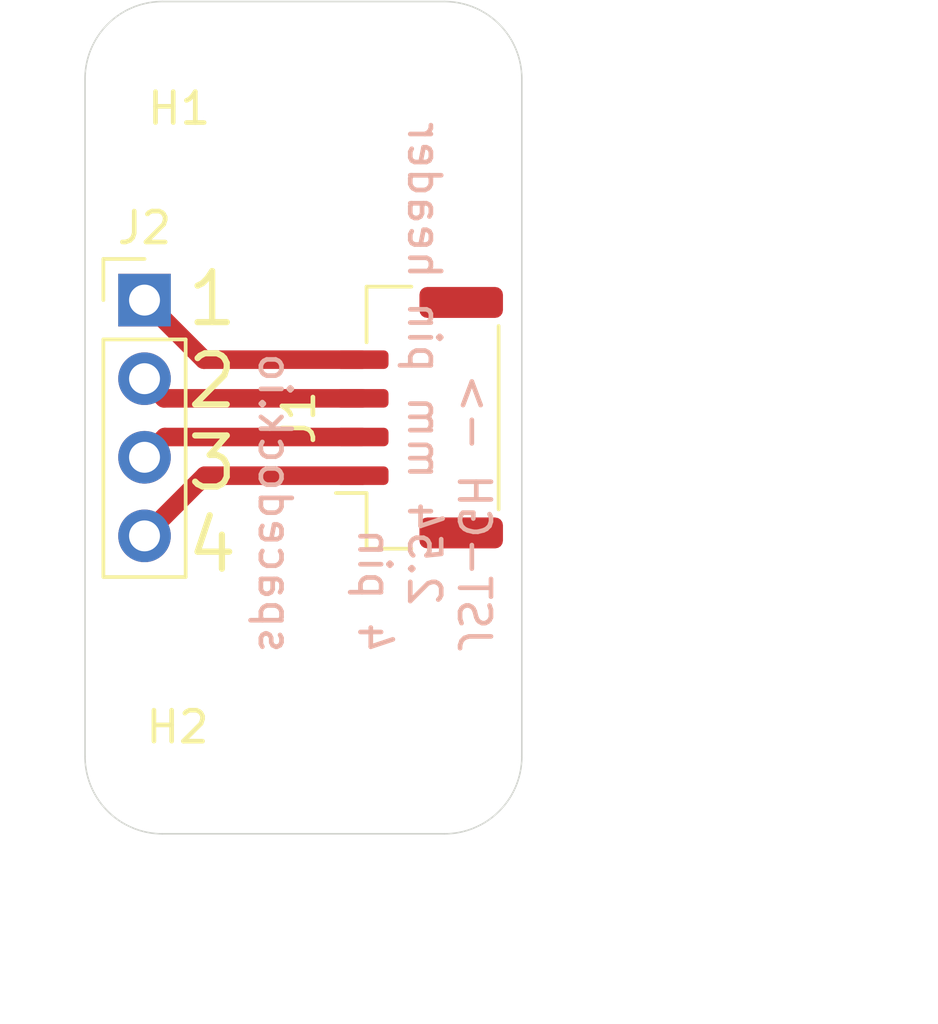
<source format=kicad_pcb>
(kicad_pcb (version 20240108) (generator "pcbnew") (generator_version "8.0")
  (layers (0 "F.Cu" signal) (31 "B.Cu" signal) (34 "B.Paste" user) (35 "F.Paste" user) (36 "B.SilkS" user "B.Silkscreen") (37 "F.SilkS" user "F.Silkscreen") (38 "B.Mask" user) (39 "F.Mask" user) (44 "Edge.Cuts" user))
  (net 0 "")
  (net 1 "Net-(J1-Pin_1)")
  (net 2 "Net-(J1-Pin_2)")
  (net 3 "Net-(J1-Pin_4)")
  (net 4 "Net-(J1-Pin_3)")
  (footprint "Connector_PinHeader_2.54mm:PinHeader_1x04_P2.54mm_Vertical" (layer "F.Cu") (at 53.8226 43.296)
    (property "Reference" "J2" (at 0 -2.333 0) (layer "F.SilkS"))
    (property "Value" "Conn_01x06")
    (fp_line (start -1.33 -1.33) (end 0 -1.33) (stroke (width 0.12)) (layer "F.SilkS"))
    (fp_line (start -1.33 0) (end -1.33 -1.33) (stroke (width 0.12)) (layer "F.SilkS"))
    (fp_line (start -1.33 1.27) (end -1.33 8.95) (stroke (width 0.12)) (layer "F.SilkS"))
    (fp_line (start -1.33 1.27) (end 1.33 1.27) (stroke (width 0.12)) (layer "F.SilkS"))
    (fp_line (start -1.33 8.95) (end 1.33 8.95) (stroke (width 0.12)) (layer "F.SilkS"))
    (fp_line (start 1.33 1.27) (end 1.33 8.95) (stroke (width 0.12)) (layer "F.SilkS"))
    (pad "1" thru_hole rect (at 0 0) (size 1.7 1.7) (drill 1) (layers "*.Cu" "*.Mask") (net 3 "Net-(J1-Pin_4)"))
    (pad "2" thru_hole oval (at 0 2.54) (size 1.7 1.7) (drill 1) (layers "*.Cu" "*.Mask") (net 4 "Net-(J1-Pin_3)"))
    (pad "3" thru_hole oval (at 0 5.08) (size 1.7 1.7) (drill 1) (layers "*.Cu" "*.Mask") (net 2 "Net-(J1-Pin_2)"))
    (pad "4" thru_hole oval (at 0 7.62) (size 1.7 1.7) (drill 1) (layers "*.Cu" "*.Mask") (net 1 "Net-(J1-Pin_1)"))
  )
  (footprint "MountingHole:MountingHole_3.2mm_M3" (layer "F.Cu") (at 59.3598 57.096)
    (property "Reference" "H2" (at -4.4704 0 0) (layer "F.SilkS"))
    (property "Value" "MountingHole")
    (pad "" np_thru_hole circle (at 0 0) (size 3.2 3.2) (drill 3.2) (layers "*.Cu" "*.Mask"))
  )
  (footprint "Connector_JST:JST_GH_SM04B-GHS-TB_1x04-1MP_P1.25mm_Horizontal" (layer "F.Cu") (at 62.7118 47.096 90)
    (property "Reference" "J1" (at 0 -3.9 90) (layer "F.SilkS"))
    (property "Value" "Conn_01x06")
    (fp_line (start 4.235 -1.71) (end 2.435 -1.71) (stroke (width 0.12)) (layer "F.SilkS"))
    (fp_line (start -2.435 -1.71) (end -2.435 -2.7) (stroke (width 0.12)) (layer "F.SilkS"))
    (fp_line (start -4.235 -1.71) (end -2.435 -1.71) (stroke (width 0.12)) (layer "F.SilkS"))
    (fp_line (start 4.235 -0.26) (end 4.235 -1.71) (stroke (width 0.12)) (layer "F.SilkS"))
    (fp_line (start -4.235 -0.26) (end -4.235 -1.71) (stroke (width 0.12)) (layer "F.SilkS"))
    (fp_line (start -2.965 2.56) (end 2.965 2.56) (stroke (width 0.12)) (layer "F.SilkS"))
    (pad "1" smd roundrect (at -1.875 -1.85 90) (size 0.6 1.7) (layers "F.Cu" "F.Paste" "F.Mask") (net 1 "Net-(J1-Pin_1)"))
    (pad "2" smd roundrect (at -0.625 -1.85 90) (size 0.6 1.7) (layers "F.Cu" "F.Paste" "F.Mask") (net 2 "Net-(J1-Pin_2)"))
    (pad "3" smd roundrect (at 0.625 -1.85 90) (size 0.6 1.7) (layers "F.Cu" "F.Paste" "F.Mask") (net 4 "Net-(J1-Pin_3)"))
    (pad "4" smd roundrect (at 1.875 -1.85 90) (size 0.6 1.7) (layers "F.Cu" "F.Paste" "F.Mask") (net 3 "Net-(J1-Pin_4)"))
    (pad "MP" smd roundrect (at -3.725 1.35 90) (size 1 2.7) (layers "F.Cu" "F.Paste" "F.Mask"))
    (pad "MP" smd roundrect (at 3.725 1.35 90) (size 1 2.7) (layers "F.Cu" "F.Paste" "F.Mask"))
  )
  (footprint "MountingHole:MountingHole_3.2mm_M3" (layer "F.Cu") (at 59.3598 37.096)
    (property "Reference" "H1" (at -4.4196 0.0054 0) (layer "F.SilkS"))
    (property "Value" "MountingHole")
    (pad "" np_thru_hole circle (at 0 0) (size 3.2 3.2) (drill 3.2) (layers "*.Cu" "*.Mask"))
  )
  (gr_arc (start 66.0218 58.046) (mid 65.289567 59.813767) (end 63.5218 60.546) (stroke (width 0.05)) (layer "Edge.Cuts"))
  (gr_arc (start 63.5218 33.646) (mid 65.289567 34.378233) (end 66.0218 36.146) (stroke (width 0.05)) (layer "Edge.Cuts"))
  (gr_arc (start 51.8994 36.146) (mid 52.631633 34.378233) (end 54.3994 33.646) (stroke (width 0.05)) (layer "Edge.Cuts"))
  (gr_line (start 54.3994 33.646) (end 63.5218 33.646) (stroke (width 0.05)) (layer "Edge.Cuts"))
  (gr_line (start 51.8994 58.046) (end 51.8994 36.146) (stroke (width 0.05)) (layer "Edge.Cuts"))
  (gr_arc (start 54.3994 60.546) (mid 52.631633 59.813767) (end 51.8994 58.046) (stroke (width 0.05)) (layer "Edge.Cuts"))
  (gr_line (start 63.5218 60.546) (end 54.3994 60.546) (stroke (width 0.05)) (layer "Edge.Cuts"))
  (gr_line (start 66.0218 36.146) (end 66.0218 58.046) (stroke (width 0.05)) (layer "Edge.Cuts"))
  (gr_text "JST-GH ->\n  2.54 mm pin header\n4 pin\n\nspacedock.io" (at 57.4548 54.7878 270) (layer "B.SilkS") (effects (font (size 1 1)) (justify left bottom mirror)))
  (gr_text "1\n2\n3\n4" (at 55.0926 52.189 0) (layer "F.SilkS") (effects (font (size 1.65 1.65) (thickness 0.2)) (justify left bottom)))
  (segment (start 55.7706 48.971) (end 53.8226 50.919) (width 0.6) (layer "F.Cu") (net 1))
  (segment (start 60.8618 48.971) (end 55.7706 48.971) (width 0.6) (layer "F.Cu") (net 1))
  (segment (start 60.8618 47.721) (end 54.4806 47.721) (width 0.6) (layer "F.Cu") (net 2))
  (segment (start 54.4806 47.721) (end 53.8226 48.379) (width 0.6) (layer "F.Cu") (net 2))
  (segment (start 60.8618 45.221) (end 55.7446 45.221) (width 0.6) (layer "F.Cu") (net 3))
  (segment (start 55.7446 45.221) (end 53.8226 43.299) (width 0.6) (layer "F.Cu") (net 3))
  (segment (start 54.4546 46.471) (end 53.8226 45.839) (width 0.6) (layer "F.Cu") (net 4))
  (segment (start 60.8618 46.471) (end 54.4546 46.471) (width 0.6) (layer "F.Cu") (net 4))
)
</source>
